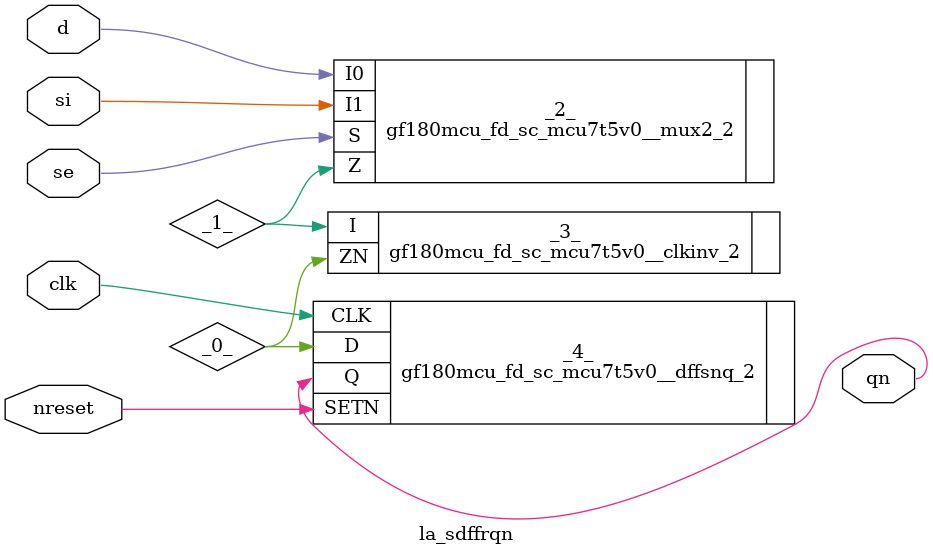
<source format=v>

/* Generated by Yosys 0.44 (git sha1 80ba43d26, g++ 11.4.0-1ubuntu1~22.04 -fPIC -O3) */

(* top =  1  *)
(* src = "inputs/la_sdffrqn.v:11.1-26.10" *)
module la_sdffrqn (
    d,
    si,
    se,
    clk,
    nreset,
    qn
);
  (* src = "inputs/la_sdffrqn.v:22.5-24.34" *)
  wire _0_;
  wire _1_;
  (* src = "inputs/la_sdffrqn.v:17.16-17.19" *)
  input clk;
  wire clk;
  (* src = "inputs/la_sdffrqn.v:14.16-14.17" *)
  input d;
  wire d;
  (* src = "inputs/la_sdffrqn.v:18.16-18.22" *)
  input nreset;
  wire nreset;
  (* src = "inputs/la_sdffrqn.v:19.16-19.18" *)
  output qn;
  wire qn;
  (* src = "inputs/la_sdffrqn.v:16.16-16.18" *)
  input se;
  wire se;
  (* src = "inputs/la_sdffrqn.v:15.16-15.18" *)
  input si;
  wire si;
  gf180mcu_fd_sc_mcu7t5v0__mux2_2 _2_ (
      .I0(d),
      .I1(si),
      .S (se),
      .Z (_1_)
  );
  gf180mcu_fd_sc_mcu7t5v0__clkinv_2 _3_ (
      .I (_1_),
      .ZN(_0_)
  );
  (* src = "inputs/la_sdffrqn.v:22.5-24.34" *)
  gf180mcu_fd_sc_mcu7t5v0__dffsnq_2 _4_ (
      .CLK(clk),
      .D(_0_),
      .Q(qn),
      .SETN(nreset)
  );
endmodule

</source>
